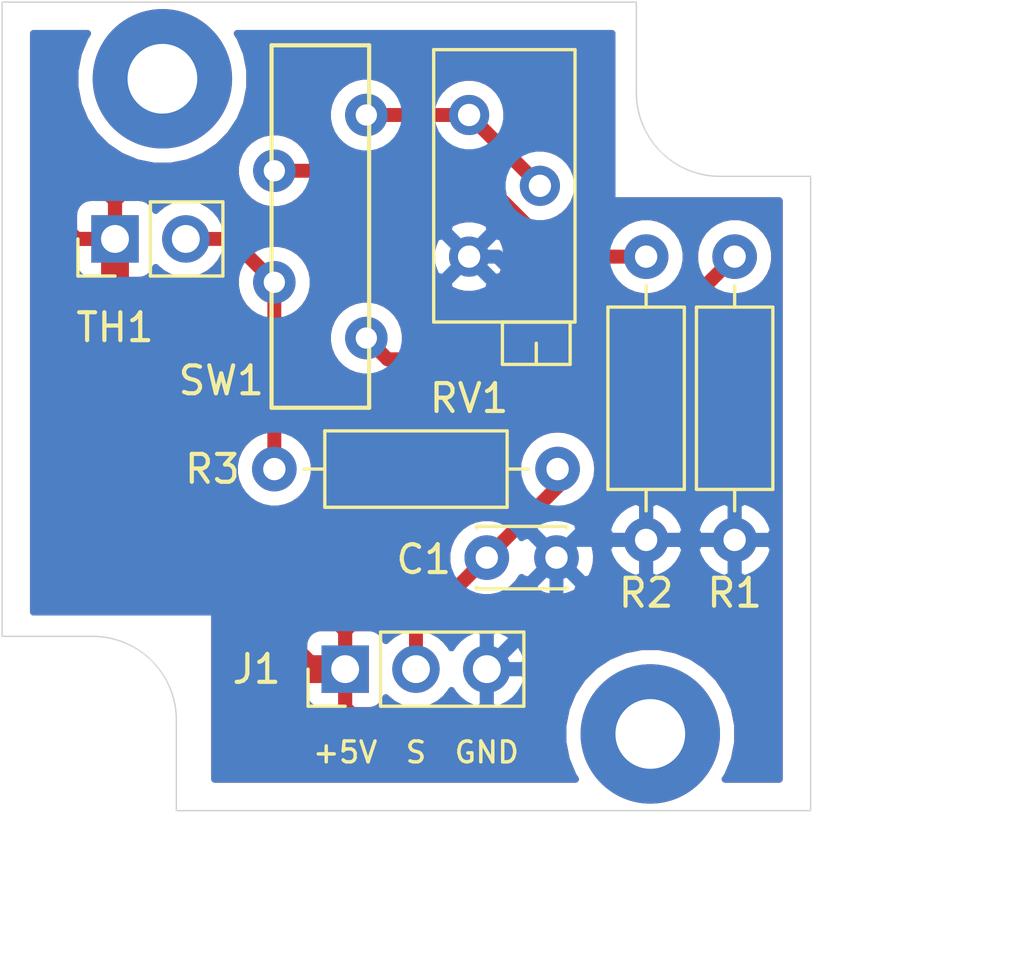
<source format=kicad_pcb>
(kicad_pcb (version 20171130) (host pcbnew "(5.1.4)-1")

  (general
    (thickness 1.6)
    (drawings 15)
    (tracks 29)
    (zones 0)
    (modules 10)
    (nets 8)
  )

  (page A4)
  (layers
    (0 F.Cu signal)
    (31 B.Cu signal)
    (32 B.Adhes user)
    (33 F.Adhes user)
    (34 B.Paste user)
    (35 F.Paste user)
    (36 B.SilkS user)
    (37 F.SilkS user)
    (38 B.Mask user)
    (39 F.Mask user)
    (40 Dwgs.User user)
    (41 Cmts.User user)
    (42 Eco1.User user)
    (43 Eco2.User user)
    (44 Edge.Cuts user)
    (45 Margin user)
    (46 B.CrtYd user)
    (47 F.CrtYd user)
    (48 B.Fab user)
    (49 F.Fab user hide)
  )

  (setup
    (last_trace_width 0.5)
    (trace_clearance 0.3)
    (zone_clearance 0.508)
    (zone_45_only no)
    (trace_min 0.2)
    (via_size 0.8)
    (via_drill 0.4)
    (via_min_size 0.4)
    (via_min_drill 0.3)
    (uvia_size 0.3)
    (uvia_drill 0.1)
    (uvias_allowed no)
    (uvia_min_size 0.2)
    (uvia_min_drill 0.1)
    (edge_width 0.05)
    (segment_width 0.2)
    (pcb_text_width 0.3)
    (pcb_text_size 1.5 1.5)
    (mod_edge_width 0.12)
    (mod_text_size 1 1)
    (mod_text_width 0.15)
    (pad_size 5 5)
    (pad_drill 2.5)
    (pad_to_mask_clearance 0.051)
    (solder_mask_min_width 0.25)
    (aux_axis_origin 15 44)
    (visible_elements 7FFFFFFF)
    (pcbplotparams
      (layerselection 0x010f0_ffffffff)
      (usegerberextensions true)
      (usegerberattributes false)
      (usegerberadvancedattributes false)
      (creategerberjobfile false)
      (excludeedgelayer true)
      (linewidth 0.100000)
      (plotframeref false)
      (viasonmask false)
      (mode 1)
      (useauxorigin true)
      (hpglpennumber 1)
      (hpglpenspeed 20)
      (hpglpendiameter 15.000000)
      (psnegative false)
      (psa4output false)
      (plotreference true)
      (plotvalue true)
      (plotinvisibletext false)
      (padsonsilk false)
      (subtractmaskfromsilk true)
      (outputformat 1)
      (mirror false)
      (drillshape 0)
      (scaleselection 1)
      (outputdirectory "../plot/"))
  )

  (net 0 "")
  (net 1 GND)
  (net 2 +5V)
  (net 3 "Net-(R1-Pad1)")
  (net 4 "Net-(R2-Pad1)")
  (net 5 "Net-(R3-Pad1)")
  (net 6 "Net-(RV1-Pad1)")
  (net 7 /SIGNAL)

  (net_class Default "This is the default net class."
    (clearance 0.3)
    (trace_width 0.5)
    (via_dia 0.8)
    (via_drill 0.4)
    (uvia_dia 0.3)
    (uvia_drill 0.1)
    (add_net +5V)
    (add_net /SIGNAL)
    (add_net GND)
    (add_net "Net-(R1-Pad1)")
    (add_net "Net-(R2-Pad1)")
    (add_net "Net-(R3-Pad1)")
    (add_net "Net-(RV1-Pad1)")
  )

  (module Connector_PinHeader_2.54mm:PinHeader_1x02_P2.54mm_Vertical (layer F.Cu) (tedit 59FED5CC) (tstamp 5D76B1C5)
    (at 19.05 23.495 90)
    (descr "Through hole straight pin header, 1x02, 2.54mm pitch, single row")
    (tags "Through hole pin header THT 1x02 2.54mm single row")
    (path /5D76541E)
    (fp_text reference TH1 (at -3.175 0 180) (layer F.SilkS)
      (effects (font (size 1 1) (thickness 0.15)))
    )
    (fp_text value Thermistor_PTC (at 0 4.87 90) (layer F.Fab)
      (effects (font (size 1 1) (thickness 0.15)))
    )
    (fp_text user %R (at 0 1.27) (layer F.Fab)
      (effects (font (size 1 1) (thickness 0.15)))
    )
    (fp_line (start 1.8 -1.8) (end -1.8 -1.8) (layer F.CrtYd) (width 0.05))
    (fp_line (start 1.8 4.35) (end 1.8 -1.8) (layer F.CrtYd) (width 0.05))
    (fp_line (start -1.8 4.35) (end 1.8 4.35) (layer F.CrtYd) (width 0.05))
    (fp_line (start -1.8 -1.8) (end -1.8 4.35) (layer F.CrtYd) (width 0.05))
    (fp_line (start -1.33 -1.33) (end 0 -1.33) (layer F.SilkS) (width 0.12))
    (fp_line (start -1.33 0) (end -1.33 -1.33) (layer F.SilkS) (width 0.12))
    (fp_line (start -1.33 1.27) (end 1.33 1.27) (layer F.SilkS) (width 0.12))
    (fp_line (start 1.33 1.27) (end 1.33 3.87) (layer F.SilkS) (width 0.12))
    (fp_line (start -1.33 1.27) (end -1.33 3.87) (layer F.SilkS) (width 0.12))
    (fp_line (start -1.33 3.87) (end 1.33 3.87) (layer F.SilkS) (width 0.12))
    (fp_line (start -1.27 -0.635) (end -0.635 -1.27) (layer F.Fab) (width 0.1))
    (fp_line (start -1.27 3.81) (end -1.27 -0.635) (layer F.Fab) (width 0.1))
    (fp_line (start 1.27 3.81) (end -1.27 3.81) (layer F.Fab) (width 0.1))
    (fp_line (start 1.27 -1.27) (end 1.27 3.81) (layer F.Fab) (width 0.1))
    (fp_line (start -0.635 -1.27) (end 1.27 -1.27) (layer F.Fab) (width 0.1))
    (pad 2 thru_hole oval (at 0 2.54 90) (size 1.7 1.7) (drill 1) (layers *.Cu *.Mask)
      (net 5 "Net-(R3-Pad1)"))
    (pad 1 thru_hole rect (at 0 0 90) (size 1.7 1.7) (drill 1) (layers *.Cu *.Mask)
      (net 2 +5V))
    (model ${KISYS3DMOD}/Connector_PinHeader_2.54mm.3dshapes/PinHeader_1x02_P2.54mm_Vertical.wrl
      (at (xyz 0 0 0))
      (scale (xyz 1 1 1))
      (rotate (xyz 0 0 0))
    )
  )

  (module Connector_PinHeader_2.54mm:PinHeader_1x03_P2.54mm_Vertical (layer F.Cu) (tedit 59FED5CC) (tstamp 5D76B140)
    (at 27.305 38.9255 90)
    (descr "Through hole straight pin header, 1x03, 2.54mm pitch, single row")
    (tags "Through hole pin header THT 1x03 2.54mm single row")
    (path /5D765AEB)
    (fp_text reference J1 (at 0 -3.175 180) (layer F.SilkS)
      (effects (font (size 1 1) (thickness 0.15)))
    )
    (fp_text value Conn_01x03 (at 0 7.41 90) (layer F.Fab)
      (effects (font (size 1 1) (thickness 0.15)))
    )
    (fp_text user %R (at 0 2.54) (layer F.Fab)
      (effects (font (size 1 1) (thickness 0.15)))
    )
    (fp_line (start 1.8 -1.8) (end -1.8 -1.8) (layer F.CrtYd) (width 0.05))
    (fp_line (start 1.8 6.85) (end 1.8 -1.8) (layer F.CrtYd) (width 0.05))
    (fp_line (start -1.8 6.85) (end 1.8 6.85) (layer F.CrtYd) (width 0.05))
    (fp_line (start -1.8 -1.8) (end -1.8 6.85) (layer F.CrtYd) (width 0.05))
    (fp_line (start -1.33 -1.33) (end 0 -1.33) (layer F.SilkS) (width 0.12))
    (fp_line (start -1.33 0) (end -1.33 -1.33) (layer F.SilkS) (width 0.12))
    (fp_line (start -1.33 1.27) (end 1.33 1.27) (layer F.SilkS) (width 0.12))
    (fp_line (start 1.33 1.27) (end 1.33 6.41) (layer F.SilkS) (width 0.12))
    (fp_line (start -1.33 1.27) (end -1.33 6.41) (layer F.SilkS) (width 0.12))
    (fp_line (start -1.33 6.41) (end 1.33 6.41) (layer F.SilkS) (width 0.12))
    (fp_line (start -1.27 -0.635) (end -0.635 -1.27) (layer F.Fab) (width 0.1))
    (fp_line (start -1.27 6.35) (end -1.27 -0.635) (layer F.Fab) (width 0.1))
    (fp_line (start 1.27 6.35) (end -1.27 6.35) (layer F.Fab) (width 0.1))
    (fp_line (start 1.27 -1.27) (end 1.27 6.35) (layer F.Fab) (width 0.1))
    (fp_line (start -0.635 -1.27) (end 1.27 -1.27) (layer F.Fab) (width 0.1))
    (pad 3 thru_hole oval (at 0 5.08 90) (size 1.7 1.7) (drill 1) (layers *.Cu *.Mask)
      (net 1 GND))
    (pad 2 thru_hole oval (at 0 2.54 90) (size 1.7 1.7) (drill 1) (layers *.Cu *.Mask)
      (net 7 /SIGNAL))
    (pad 1 thru_hole rect (at 0 0 90) (size 1.7 1.7) (drill 1) (layers *.Cu *.Mask)
      (net 2 +5V))
    (model ${KISYS3DMOD}/Connector_PinHeader_2.54mm.3dshapes/PinHeader_1x03_P2.54mm_Vertical.wrl
      (at (xyz 0 0 0))
      (scale (xyz 1 1 1))
      (rotate (xyz 0 0 0))
    )
  )

  (module ALPS:ALPS_SSSS211900 (layer F.Cu) (tedit 5D765EBD) (tstamp 5D76B1AF)
    (at 26.415 23.05 270)
    (descr "Slide Switches 3.5mm SP3T Vertical 2mm travel")
    (tags "SP3T Dip")
    (path /5D766749)
    (fp_text reference SW1 (at 5.525 3.555 180) (layer F.SilkS)
      (effects (font (size 1 1) (thickness 0.15)))
    )
    (fp_text value SW_SP3T (at 0 -4.5 90) (layer F.Fab) hide
      (effects (font (size 1 1) (thickness 0.15)))
    )
    (fp_line (start 6.5 1.75) (end -6.5 1.75) (layer F.SilkS) (width 0.15))
    (fp_line (start -6.5 -1.75) (end 6.5 -1.75) (layer F.SilkS) (width 0.15))
    (fp_line (start -6.5 -1.75) (end -6.5 1.75) (layer F.SilkS) (width 0.15))
    (fp_line (start 6.5 -1.75) (end 6.5 1.75) (layer F.SilkS) (width 0.15))
    (pad 4 thru_hole circle (at 4 -1.65 270) (size 1.524 1.524) (drill 0.762) (layers *.Cu *.Mask)
      (net 3 "Net-(R1-Pad1)"))
    (pad 2 thru_hole circle (at -2 1.65 270) (size 1.524 1.524) (drill 0.762) (layers *.Cu *.Mask)
      (net 4 "Net-(R2-Pad1)"))
    (pad 1 thru_hole circle (at -4 -1.65 270) (size 1.524 1.524) (drill 0.762) (layers *.Cu *.Mask)
      (net 6 "Net-(RV1-Pad1)"))
    (pad 3 thru_hole circle (at 2 1.65 270) (size 1.524 1.524) (drill 0.762) (layers *.Cu *.Mask)
      (net 5 "Net-(R3-Pad1)"))
    (model ${BBLIB_3D_NONFREE}/ALPS.3dshapes/SSSS211900STEP.step
      (at (xyz 0 0 0))
      (scale (xyz 1 1 1))
      (rotate (xyz -90 0 0))
    )
  )

  (module Potentiometer_THT:Potentiometer_Bourns_3296Z_Horizontal (layer F.Cu) (tedit 5A3D4994) (tstamp 5D76C636)
    (at 31.75 19.05 90)
    (descr "Potentiometer, horizontal, Bourns 3296Z, https://www.bourns.com/pdfs/3296.pdf")
    (tags "Potentiometer horizontal Bourns 3296Z")
    (path /5D769E93)
    (fp_text reference RV1 (at -10.16 0 180) (layer F.SilkS)
      (effects (font (size 1 1) (thickness 0.15)))
    )
    (fp_text value 10k (at -3.3 4.93 90) (layer F.Fab)
      (effects (font (size 1 1) (thickness 0.15)))
    )
    (fp_text user %R (at -2.54 1.265 90) (layer F.Fab)
      (effects (font (size 1 1) (thickness 0.15)))
    )
    (fp_line (start 2.5 -1.45) (end -9.1 -1.45) (layer F.CrtYd) (width 0.05))
    (fp_line (start 2.5 3.95) (end 2.5 -1.45) (layer F.CrtYd) (width 0.05))
    (fp_line (start -9.1 3.95) (end 2.5 3.95) (layer F.CrtYd) (width 0.05))
    (fp_line (start -9.1 -1.45) (end -9.1 3.95) (layer F.CrtYd) (width 0.05))
    (fp_line (start -8.945 2.41) (end -8.186 2.41) (layer F.SilkS) (width 0.12))
    (fp_line (start -7.426 1.195) (end -7.426 3.625) (layer F.SilkS) (width 0.12))
    (fp_line (start -8.945 1.195) (end -8.945 3.625) (layer F.SilkS) (width 0.12))
    (fp_line (start -8.945 3.625) (end -7.426 3.625) (layer F.SilkS) (width 0.12))
    (fp_line (start -8.945 1.195) (end -7.426 1.195) (layer F.SilkS) (width 0.12))
    (fp_line (start 2.345 -1.27) (end 2.345 3.8) (layer F.SilkS) (width 0.12))
    (fp_line (start -7.425 -1.27) (end -7.425 3.8) (layer F.SilkS) (width 0.12))
    (fp_line (start -7.425 3.8) (end 2.345 3.8) (layer F.SilkS) (width 0.12))
    (fp_line (start -7.425 -1.27) (end 2.345 -1.27) (layer F.SilkS) (width 0.12))
    (fp_line (start -8.825 2.41) (end -8.065 2.41) (layer F.Fab) (width 0.1))
    (fp_line (start -7.305 1.315) (end -8.825 1.315) (layer F.Fab) (width 0.1))
    (fp_line (start -7.305 3.505) (end -7.305 1.315) (layer F.Fab) (width 0.1))
    (fp_line (start -8.825 3.505) (end -7.305 3.505) (layer F.Fab) (width 0.1))
    (fp_line (start -8.825 1.315) (end -8.825 3.505) (layer F.Fab) (width 0.1))
    (fp_line (start 2.225 -1.15) (end -7.305 -1.15) (layer F.Fab) (width 0.1))
    (fp_line (start 2.225 3.68) (end 2.225 -1.15) (layer F.Fab) (width 0.1))
    (fp_line (start -7.305 3.68) (end 2.225 3.68) (layer F.Fab) (width 0.1))
    (fp_line (start -7.305 -1.15) (end -7.305 3.68) (layer F.Fab) (width 0.1))
    (pad 3 thru_hole circle (at -5.08 0 90) (size 1.44 1.44) (drill 0.8) (layers *.Cu *.Mask)
      (net 1 GND))
    (pad 2 thru_hole circle (at -2.54 2.54 90) (size 1.44 1.44) (drill 0.8) (layers *.Cu *.Mask)
      (net 6 "Net-(RV1-Pad1)"))
    (pad 1 thru_hole circle (at 0 0 90) (size 1.44 1.44) (drill 0.8) (layers *.Cu *.Mask)
      (net 6 "Net-(RV1-Pad1)"))
    (model ${KISYS3DMOD}/Potentiometer_THT.3dshapes/Potentiometer_Bourns_3296Z_Horizontal.wrl
      (at (xyz 0 0 0))
      (scale (xyz 1 1 1))
      (rotate (xyz 0 0 0))
    )
  )

  (module Resistor_THT:R_Axial_DIN0207_L6.3mm_D2.5mm_P10.16mm_Horizontal (layer F.Cu) (tedit 5AE5139B) (tstamp 5D76B185)
    (at 24.765 31.75)
    (descr "Resistor, Axial_DIN0207 series, Axial, Horizontal, pin pitch=10.16mm, 0.25W = 1/4W, length*diameter=6.3*2.5mm^2, http://cdn-reichelt.de/documents/datenblatt/B400/1_4W%23YAG.pdf")
    (tags "Resistor Axial_DIN0207 series Axial Horizontal pin pitch 10.16mm 0.25W = 1/4W length 6.3mm diameter 2.5mm")
    (path /5D772C2D)
    (fp_text reference R3 (at -2.2225 0) (layer F.SilkS)
      (effects (font (size 1 1) (thickness 0.15)))
    )
    (fp_text value 10k (at 5.08 2.37) (layer F.Fab)
      (effects (font (size 1 1) (thickness 0.15)))
    )
    (fp_text user %R (at 5.08 0) (layer F.Fab)
      (effects (font (size 1 1) (thickness 0.15)))
    )
    (fp_line (start 11.21 -1.5) (end -1.05 -1.5) (layer F.CrtYd) (width 0.05))
    (fp_line (start 11.21 1.5) (end 11.21 -1.5) (layer F.CrtYd) (width 0.05))
    (fp_line (start -1.05 1.5) (end 11.21 1.5) (layer F.CrtYd) (width 0.05))
    (fp_line (start -1.05 -1.5) (end -1.05 1.5) (layer F.CrtYd) (width 0.05))
    (fp_line (start 9.12 0) (end 8.35 0) (layer F.SilkS) (width 0.12))
    (fp_line (start 1.04 0) (end 1.81 0) (layer F.SilkS) (width 0.12))
    (fp_line (start 8.35 -1.37) (end 1.81 -1.37) (layer F.SilkS) (width 0.12))
    (fp_line (start 8.35 1.37) (end 8.35 -1.37) (layer F.SilkS) (width 0.12))
    (fp_line (start 1.81 1.37) (end 8.35 1.37) (layer F.SilkS) (width 0.12))
    (fp_line (start 1.81 -1.37) (end 1.81 1.37) (layer F.SilkS) (width 0.12))
    (fp_line (start 10.16 0) (end 8.23 0) (layer F.Fab) (width 0.1))
    (fp_line (start 0 0) (end 1.93 0) (layer F.Fab) (width 0.1))
    (fp_line (start 8.23 -1.25) (end 1.93 -1.25) (layer F.Fab) (width 0.1))
    (fp_line (start 8.23 1.25) (end 8.23 -1.25) (layer F.Fab) (width 0.1))
    (fp_line (start 1.93 1.25) (end 8.23 1.25) (layer F.Fab) (width 0.1))
    (fp_line (start 1.93 -1.25) (end 1.93 1.25) (layer F.Fab) (width 0.1))
    (pad 2 thru_hole oval (at 10.16 0) (size 1.6 1.6) (drill 0.8) (layers *.Cu *.Mask)
      (net 7 /SIGNAL))
    (pad 1 thru_hole circle (at 0 0) (size 1.6 1.6) (drill 0.8) (layers *.Cu *.Mask)
      (net 5 "Net-(R3-Pad1)"))
    (model ${KISYS3DMOD}/Resistor_THT.3dshapes/R_Axial_DIN0207_L6.3mm_D2.5mm_P10.16mm_Horizontal.wrl
      (at (xyz 0 0 0))
      (scale (xyz 1 1 1))
      (rotate (xyz 0 0 0))
    )
  )

  (module Resistor_THT:R_Axial_DIN0207_L6.3mm_D2.5mm_P10.16mm_Horizontal (layer F.Cu) (tedit 5AE5139B) (tstamp 5D76CC39)
    (at 38.1 24.13 270)
    (descr "Resistor, Axial_DIN0207 series, Axial, Horizontal, pin pitch=10.16mm, 0.25W = 1/4W, length*diameter=6.3*2.5mm^2, http://cdn-reichelt.de/documents/datenblatt/B400/1_4W%23YAG.pdf")
    (tags "Resistor Axial_DIN0207 series Axial Horizontal pin pitch 10.16mm 0.25W = 1/4W length 6.3mm diameter 2.5mm")
    (path /5D769906)
    (fp_text reference R2 (at 12.065 0 180) (layer F.SilkS)
      (effects (font (size 1 1) (thickness 0.15)))
    )
    (fp_text value 100k (at 5.08 2.37 90) (layer F.Fab)
      (effects (font (size 1 1) (thickness 0.15)))
    )
    (fp_text user %R (at 5.08 0 90) (layer F.Fab)
      (effects (font (size 1 1) (thickness 0.15)))
    )
    (fp_line (start 11.21 -1.5) (end -1.05 -1.5) (layer F.CrtYd) (width 0.05))
    (fp_line (start 11.21 1.5) (end 11.21 -1.5) (layer F.CrtYd) (width 0.05))
    (fp_line (start -1.05 1.5) (end 11.21 1.5) (layer F.CrtYd) (width 0.05))
    (fp_line (start -1.05 -1.5) (end -1.05 1.5) (layer F.CrtYd) (width 0.05))
    (fp_line (start 9.12 0) (end 8.35 0) (layer F.SilkS) (width 0.12))
    (fp_line (start 1.04 0) (end 1.81 0) (layer F.SilkS) (width 0.12))
    (fp_line (start 8.35 -1.37) (end 1.81 -1.37) (layer F.SilkS) (width 0.12))
    (fp_line (start 8.35 1.37) (end 8.35 -1.37) (layer F.SilkS) (width 0.12))
    (fp_line (start 1.81 1.37) (end 8.35 1.37) (layer F.SilkS) (width 0.12))
    (fp_line (start 1.81 -1.37) (end 1.81 1.37) (layer F.SilkS) (width 0.12))
    (fp_line (start 10.16 0) (end 8.23 0) (layer F.Fab) (width 0.1))
    (fp_line (start 0 0) (end 1.93 0) (layer F.Fab) (width 0.1))
    (fp_line (start 8.23 -1.25) (end 1.93 -1.25) (layer F.Fab) (width 0.1))
    (fp_line (start 8.23 1.25) (end 8.23 -1.25) (layer F.Fab) (width 0.1))
    (fp_line (start 1.93 1.25) (end 8.23 1.25) (layer F.Fab) (width 0.1))
    (fp_line (start 1.93 -1.25) (end 1.93 1.25) (layer F.Fab) (width 0.1))
    (pad 2 thru_hole oval (at 10.16 0 270) (size 1.6 1.6) (drill 0.8) (layers *.Cu *.Mask)
      (net 1 GND))
    (pad 1 thru_hole circle (at 0 0 270) (size 1.6 1.6) (drill 0.8) (layers *.Cu *.Mask)
      (net 4 "Net-(R2-Pad1)"))
    (model ${KISYS3DMOD}/Resistor_THT.3dshapes/R_Axial_DIN0207_L6.3mm_D2.5mm_P10.16mm_Horizontal.wrl
      (at (xyz 0 0 0))
      (scale (xyz 1 1 1))
      (rotate (xyz 0 0 0))
    )
  )

  (module Resistor_THT:R_Axial_DIN0207_L6.3mm_D2.5mm_P10.16mm_Horizontal (layer F.Cu) (tedit 5AE5139B) (tstamp 5D76B157)
    (at 41.275 24.13 270)
    (descr "Resistor, Axial_DIN0207 series, Axial, Horizontal, pin pitch=10.16mm, 0.25W = 1/4W, length*diameter=6.3*2.5mm^2, http://cdn-reichelt.de/documents/datenblatt/B400/1_4W%23YAG.pdf")
    (tags "Resistor Axial_DIN0207 series Axial Horizontal pin pitch 10.16mm 0.25W = 1/4W length 6.3mm diameter 2.5mm")
    (path /5D768246)
    (fp_text reference R1 (at 12.065 0 180) (layer F.SilkS)
      (effects (font (size 1 1) (thickness 0.15)))
    )
    (fp_text value 10k (at 5.08 2.37 90) (layer F.Fab)
      (effects (font (size 1 1) (thickness 0.15)))
    )
    (fp_text user %R (at 5.08 0 90) (layer F.Fab)
      (effects (font (size 1 1) (thickness 0.15)))
    )
    (fp_line (start 11.21 -1.5) (end -1.05 -1.5) (layer F.CrtYd) (width 0.05))
    (fp_line (start 11.21 1.5) (end 11.21 -1.5) (layer F.CrtYd) (width 0.05))
    (fp_line (start -1.05 1.5) (end 11.21 1.5) (layer F.CrtYd) (width 0.05))
    (fp_line (start -1.05 -1.5) (end -1.05 1.5) (layer F.CrtYd) (width 0.05))
    (fp_line (start 9.12 0) (end 8.35 0) (layer F.SilkS) (width 0.12))
    (fp_line (start 1.04 0) (end 1.81 0) (layer F.SilkS) (width 0.12))
    (fp_line (start 8.35 -1.37) (end 1.81 -1.37) (layer F.SilkS) (width 0.12))
    (fp_line (start 8.35 1.37) (end 8.35 -1.37) (layer F.SilkS) (width 0.12))
    (fp_line (start 1.81 1.37) (end 8.35 1.37) (layer F.SilkS) (width 0.12))
    (fp_line (start 1.81 -1.37) (end 1.81 1.37) (layer F.SilkS) (width 0.12))
    (fp_line (start 10.16 0) (end 8.23 0) (layer F.Fab) (width 0.1))
    (fp_line (start 0 0) (end 1.93 0) (layer F.Fab) (width 0.1))
    (fp_line (start 8.23 -1.25) (end 1.93 -1.25) (layer F.Fab) (width 0.1))
    (fp_line (start 8.23 1.25) (end 8.23 -1.25) (layer F.Fab) (width 0.1))
    (fp_line (start 1.93 1.25) (end 8.23 1.25) (layer F.Fab) (width 0.1))
    (fp_line (start 1.93 -1.25) (end 1.93 1.25) (layer F.Fab) (width 0.1))
    (pad 2 thru_hole oval (at 10.16 0 270) (size 1.6 1.6) (drill 0.8) (layers *.Cu *.Mask)
      (net 1 GND))
    (pad 1 thru_hole circle (at 0 0 270) (size 1.6 1.6) (drill 0.8) (layers *.Cu *.Mask)
      (net 3 "Net-(R1-Pad1)"))
    (model ${KISYS3DMOD}/Resistor_THT.3dshapes/R_Axial_DIN0207_L6.3mm_D2.5mm_P10.16mm_Horizontal.wrl
      (at (xyz 0 0 0))
      (scale (xyz 1 1 1))
      (rotate (xyz 0 0 0))
    )
  )

  (module Capacitor_THT:C_Disc_D3.0mm_W2.0mm_P2.50mm (layer F.Cu) (tedit 5AE50EF0) (tstamp 5D76B129)
    (at 32.385 34.925)
    (descr "C, Disc series, Radial, pin pitch=2.50mm, , diameter*width=3*2mm^2, Capacitor")
    (tags "C Disc series Radial pin pitch 2.50mm  diameter 3mm width 2mm Capacitor")
    (path /5D773BDE)
    (fp_text reference C1 (at -2.2625 0.0635 180) (layer F.SilkS)
      (effects (font (size 1 1) (thickness 0.15)))
    )
    (fp_text value 100 (at 1.25 2.25) (layer F.Fab)
      (effects (font (size 1 1) (thickness 0.15)))
    )
    (fp_text user %R (at 1.25 0) (layer F.Fab)
      (effects (font (size 0.6 0.6) (thickness 0.09)))
    )
    (fp_line (start 3.55 -1.25) (end -1.05 -1.25) (layer F.CrtYd) (width 0.05))
    (fp_line (start 3.55 1.25) (end 3.55 -1.25) (layer F.CrtYd) (width 0.05))
    (fp_line (start -1.05 1.25) (end 3.55 1.25) (layer F.CrtYd) (width 0.05))
    (fp_line (start -1.05 -1.25) (end -1.05 1.25) (layer F.CrtYd) (width 0.05))
    (fp_line (start 2.87 1.055) (end 2.87 1.12) (layer F.SilkS) (width 0.12))
    (fp_line (start 2.87 -1.12) (end 2.87 -1.055) (layer F.SilkS) (width 0.12))
    (fp_line (start -0.37 1.055) (end -0.37 1.12) (layer F.SilkS) (width 0.12))
    (fp_line (start -0.37 -1.12) (end -0.37 -1.055) (layer F.SilkS) (width 0.12))
    (fp_line (start -0.37 1.12) (end 2.87 1.12) (layer F.SilkS) (width 0.12))
    (fp_line (start -0.37 -1.12) (end 2.87 -1.12) (layer F.SilkS) (width 0.12))
    (fp_line (start 2.75 -1) (end -0.25 -1) (layer F.Fab) (width 0.1))
    (fp_line (start 2.75 1) (end 2.75 -1) (layer F.Fab) (width 0.1))
    (fp_line (start -0.25 1) (end 2.75 1) (layer F.Fab) (width 0.1))
    (fp_line (start -0.25 -1) (end -0.25 1) (layer F.Fab) (width 0.1))
    (pad 2 thru_hole circle (at 2.5 0) (size 1.6 1.6) (drill 0.8) (layers *.Cu *.Mask)
      (net 1 GND))
    (pad 1 thru_hole circle (at 0 0) (size 1.6 1.6) (drill 0.8) (layers *.Cu *.Mask)
      (net 7 /SIGNAL))
    (model ${KISYS3DMOD}/Capacitor_THT.3dshapes/C_Disc_D3.0mm_W2.0mm_P2.50mm.wrl
      (at (xyz 0 0 0))
      (scale (xyz 1 1 1))
      (rotate (xyz 0 0 0))
    )
  )

  (module MountingHole:MountingHole_2.5mm_Pad (layer F.Cu) (tedit 5D742A99) (tstamp 5D72D0B8)
    (at 38.25 41.25)
    (descr "Mounting Hole 2.5mm")
    (tags "mounting hole 2.5mm")
    (attr virtual)
    (fp_text reference ~ (at 0 -3.5) (layer F.SilkS) hide
      (effects (font (size 1 1) (thickness 0.15)))
    )
    (fp_text value ~ (at 0 3.5) (layer F.Fab) hide
      (effects (font (size 1 1) (thickness 0.15)))
    )
    (fp_text user %R (at 0.3 0) (layer F.Fab)
      (effects (font (size 1 1) (thickness 0.15)))
    )
    (fp_circle (center 0 0) (end 2.5 0) (layer Cmts.User) (width 0.15))
    (fp_circle (center 0 0) (end 2.75 0) (layer F.CrtYd) (width 0.05))
    (pad ~ thru_hole circle (at 0 0) (size 5 5) (drill 2.5) (layers *.Cu *.Mask))
  )

  (module MountingHole:MountingHole_2.5mm_Pad (layer F.Cu) (tedit 5D742A92) (tstamp 5D72D056)
    (at 20.75 17.75)
    (descr "Mounting Hole 2.5mm")
    (tags "mounting hole 2.5mm")
    (attr virtual)
    (fp_text reference ~ (at 0 -3.5) (layer F.SilkS) hide
      (effects (font (size 1 1) (thickness 0.15)))
    )
    (fp_text value ~ (at 0 3.5) (layer F.Fab) hide
      (effects (font (size 1 1) (thickness 0.15)))
    )
    (fp_circle (center 0 0) (end 2.75 0) (layer F.CrtYd) (width 0.05))
    (fp_circle (center 0 0) (end 2.5 0) (layer Cmts.User) (width 0.15))
    (fp_text user %R (at 0.3 0) (layer F.Fab)
      (effects (font (size 1 1) (thickness 0.15)))
    )
    (pad ~ thru_hole circle (at 0 0) (size 5 5) (drill 2.5) (layers *.Cu *.Mask))
  )

  (gr_text S (at 29.845 41.91) (layer F.SilkS) (tstamp 5D76D3D4)
    (effects (font (size 0.75 0.75) (thickness 0.125)))
  )
  (gr_text GND (at 32.385 41.91) (layer F.SilkS) (tstamp 5D76D37D)
    (effects (font (size 0.75 0.75) (thickness 0.125)))
  )
  (gr_text +5V (at 27.305 41.91) (layer F.SilkS)
    (effects (font (size 0.75 0.75) (thickness 0.125)))
  )
  (dimension 29 (width 0.15) (layer Dwgs.User)
    (gr_text "29,000 mm" (at 50.3 29.5 90) (layer Dwgs.User)
      (effects (font (size 1 1) (thickness 0.15)))
    )
    (feature1 (pts (xy 44 15) (xy 49.586421 15)))
    (feature2 (pts (xy 44 44) (xy 49.586421 44)))
    (crossbar (pts (xy 49 44) (xy 49 15)))
    (arrow1a (pts (xy 49 15) (xy 49.586421 16.126504)))
    (arrow1b (pts (xy 49 15) (xy 48.413579 16.126504)))
    (arrow2a (pts (xy 49 44) (xy 49.586421 42.873496)))
    (arrow2b (pts (xy 49 44) (xy 48.413579 42.873496)))
  )
  (dimension 29 (width 0.15) (layer Dwgs.User)
    (gr_text "29,000 mm" (at 29.5 50.3) (layer Dwgs.User)
      (effects (font (size 1 1) (thickness 0.15)))
    )
    (feature1 (pts (xy 44 44) (xy 44 49.586421)))
    (feature2 (pts (xy 15 44) (xy 15 49.586421)))
    (crossbar (pts (xy 15 49) (xy 44 49)))
    (arrow1a (pts (xy 44 49) (xy 42.873496 49.586421)))
    (arrow1b (pts (xy 44 49) (xy 42.873496 48.413579)))
    (arrow2a (pts (xy 15 49) (xy 16.126504 49.586421)))
    (arrow2b (pts (xy 15 49) (xy 16.126504 48.413579)))
  )
  (gr_arc (start 18.25 40.75) (end 21.25 40.75) (angle -90) (layer Edge.Cuts) (width 0.05) (tstamp 5D72E21E))
  (gr_arc (start 40.75 18.25) (end 37.75 18.25) (angle -90) (layer Edge.Cuts) (width 0.05))
  (gr_line (start 37.75 18.25) (end 37.75 15) (layer Edge.Cuts) (width 0.05))
  (gr_line (start 44 21.25) (end 40.75 21.25) (layer Edge.Cuts) (width 0.05))
  (gr_line (start 18.25 37.75) (end 15 37.75) (layer Edge.Cuts) (width 0.05))
  (gr_line (start 21.25 44) (end 21.25 40.75) (layer Edge.Cuts) (width 0.05))
  (gr_line (start 15 37.75) (end 15 15) (layer Edge.Cuts) (width 0.05) (tstamp 5D72E1C7))
  (gr_line (start 44 44) (end 21.25 44) (layer Edge.Cuts) (width 0.05))
  (gr_line (start 44 21.25) (end 44 44) (layer Edge.Cuts) (width 0.05))
  (gr_line (start 15 15) (end 37.75 15) (layer Edge.Cuts) (width 0.05))

  (segment (start 34.885 36.4255) (end 34.885 34.925) (width 0.5) (layer B.Cu) (net 1))
  (segment (start 32.385 38.9255) (end 34.885 36.4255) (width 0.5) (layer B.Cu) (net 1))
  (segment (start 35.52 34.29) (end 34.885 34.925) (width 0.5) (layer B.Cu) (net 1))
  (segment (start 38.1 34.29) (end 35.52 34.29) (width 0.5) (layer B.Cu) (net 1))
  (segment (start 38.1 34.29) (end 41.275 34.29) (width 0.5) (layer B.Cu) (net 1))
  (segment (start 38.1 33.15863) (end 38.1 34.29) (width 0.5) (layer B.Cu) (net 1))
  (segment (start 38.1 29.461767) (end 38.1 33.15863) (width 0.5) (layer B.Cu) (net 1))
  (segment (start 32.768233 24.13) (end 38.1 29.461767) (width 0.5) (layer B.Cu) (net 1))
  (segment (start 31.75 24.13) (end 32.768233 24.13) (width 0.5) (layer B.Cu) (net 1))
  (segment (start 25.955 38.9255) (end 27.305 38.9255) (width 1) (layer F.Cu) (net 2) (status 1000000))
  (segment (start 19.05 23.495) (end 19.05 32.0205) (width 1) (layer F.Cu) (net 2) (status 1000000))
  (segment (start 19.05 32.0205) (end 25.955 38.9255) (width 1) (layer F.Cu) (net 2) (status 1000000))
  (segment (start 40.475001 24.929999) (end 41.275 24.13) (width 0.5) (layer F.Cu) (net 3))
  (segment (start 37.593001 27.811999) (end 40.475001 24.929999) (width 0.5) (layer F.Cu) (net 3))
  (segment (start 28.826999 27.811999) (end 37.593001 27.811999) (width 0.5) (layer F.Cu) (net 3))
  (segment (start 28.065 27.05) (end 28.826999 27.811999) (width 0.5) (layer F.Cu) (net 3))
  (segment (start 36.96863 24.13) (end 38.1 24.13) (width 0.5) (layer F.Cu) (net 4))
  (segment (start 34.950398 24.13) (end 36.96863 24.13) (width 0.5) (layer F.Cu) (net 4))
  (segment (start 31.870398 21.05) (end 34.950398 24.13) (width 0.5) (layer F.Cu) (net 4))
  (segment (start 24.765 21.05) (end 31.870398 21.05) (width 0.5) (layer F.Cu) (net 4))
  (segment (start 23.21 23.495) (end 24.765 25.05) (width 0.5) (layer F.Cu) (net 5))
  (segment (start 21.59 23.495) (end 23.21 23.495) (width 0.5) (layer F.Cu) (net 5))
  (segment (start 24.765 31.75) (end 24.765 25.05) (width 0.5) (layer F.Cu) (net 5))
  (segment (start 31.75 19.05) (end 34.29 21.59) (width 0.5) (layer F.Cu) (net 6))
  (segment (start 28.065 19.05) (end 31.75 19.05) (width 0.5) (layer F.Cu) (net 6))
  (segment (start 29.845 37.465) (end 32.385 34.925) (width 0.5) (layer F.Cu) (net 7))
  (segment (start 29.845 38.9255) (end 29.845 37.465) (width 0.5) (layer F.Cu) (net 7))
  (segment (start 34.925 32.385) (end 32.385 34.925) (width 0.5) (layer F.Cu) (net 7))
  (segment (start 34.925 31.75) (end 34.925 32.385) (width 0.5) (layer F.Cu) (net 7))

  (zone (net 1) (net_name GND) (layer B.Cu) (tstamp 5D76CC1C) (hatch edge 0.508)
    (connect_pads (clearance 0.508))
    (min_thickness 0.254)
    (fill yes (arc_segments 32) (thermal_gap 0.508) (thermal_bridge_width 0.508))
    (polygon
      (pts
        (xy 16 16) (xy 37 16) (xy 37 22) (xy 43 22) (xy 43 43)
        (xy 22.5 43) (xy 22.5 37) (xy 16 37)
      )
    )
    (filled_polygon
      (pts
        (xy 17.971799 16.265021) (xy 17.735476 16.835554) (xy 17.615 17.441229) (xy 17.615 18.058771) (xy 17.735476 18.664446)
        (xy 17.971799 19.234979) (xy 18.314886 19.748446) (xy 18.751554 20.185114) (xy 19.265021 20.528201) (xy 19.835554 20.764524)
        (xy 20.441229 20.885) (xy 21.058771 20.885) (xy 21.664446 20.764524) (xy 22.234979 20.528201) (xy 22.748446 20.185114)
        (xy 23.185114 19.748446) (xy 23.528201 19.234979) (xy 23.661814 18.912408) (xy 26.668 18.912408) (xy 26.668 19.187592)
        (xy 26.721686 19.45749) (xy 26.826995 19.711727) (xy 26.97988 19.940535) (xy 27.174465 20.13512) (xy 27.403273 20.288005)
        (xy 27.65751 20.393314) (xy 27.927408 20.447) (xy 28.202592 20.447) (xy 28.47249 20.393314) (xy 28.726727 20.288005)
        (xy 28.955535 20.13512) (xy 29.15012 19.940535) (xy 29.303005 19.711727) (xy 29.408314 19.45749) (xy 29.462 19.187592)
        (xy 29.462 18.916544) (xy 30.395 18.916544) (xy 30.395 19.183456) (xy 30.447072 19.445239) (xy 30.549215 19.691833)
        (xy 30.697503 19.913762) (xy 30.886238 20.102497) (xy 31.108167 20.250785) (xy 31.354761 20.352928) (xy 31.616544 20.405)
        (xy 31.883456 20.405) (xy 32.145239 20.352928) (xy 32.391833 20.250785) (xy 32.613762 20.102497) (xy 32.802497 19.913762)
        (xy 32.950785 19.691833) (xy 33.052928 19.445239) (xy 33.105 19.183456) (xy 33.105 18.916544) (xy 33.052928 18.654761)
        (xy 32.950785 18.408167) (xy 32.802497 18.186238) (xy 32.613762 17.997503) (xy 32.391833 17.849215) (xy 32.145239 17.747072)
        (xy 31.883456 17.695) (xy 31.616544 17.695) (xy 31.354761 17.747072) (xy 31.108167 17.849215) (xy 30.886238 17.997503)
        (xy 30.697503 18.186238) (xy 30.549215 18.408167) (xy 30.447072 18.654761) (xy 30.395 18.916544) (xy 29.462 18.916544)
        (xy 29.462 18.912408) (xy 29.408314 18.64251) (xy 29.303005 18.388273) (xy 29.15012 18.159465) (xy 28.955535 17.96488)
        (xy 28.726727 17.811995) (xy 28.47249 17.706686) (xy 28.202592 17.653) (xy 27.927408 17.653) (xy 27.65751 17.706686)
        (xy 27.403273 17.811995) (xy 27.174465 17.96488) (xy 26.97988 18.159465) (xy 26.826995 18.388273) (xy 26.721686 18.64251)
        (xy 26.668 18.912408) (xy 23.661814 18.912408) (xy 23.764524 18.664446) (xy 23.885 18.058771) (xy 23.885 17.441229)
        (xy 23.764524 16.835554) (xy 23.528201 16.265021) (xy 23.435978 16.127) (xy 36.873 16.127) (xy 36.873 22)
        (xy 36.87544 22.024776) (xy 36.882667 22.048601) (xy 36.894403 22.070557) (xy 36.910197 22.089803) (xy 36.929443 22.105597)
        (xy 36.951399 22.117333) (xy 36.975224 22.12456) (xy 37 22.127) (xy 42.873 22.127) (xy 42.873 42.873)
        (xy 40.935978 42.873) (xy 41.028201 42.734979) (xy 41.264524 42.164446) (xy 41.385 41.558771) (xy 41.385 40.941229)
        (xy 41.264524 40.335554) (xy 41.028201 39.765021) (xy 40.685114 39.251554) (xy 40.248446 38.814886) (xy 39.734979 38.471799)
        (xy 39.164446 38.235476) (xy 38.558771 38.115) (xy 37.941229 38.115) (xy 37.335554 38.235476) (xy 36.765021 38.471799)
        (xy 36.251554 38.814886) (xy 35.814886 39.251554) (xy 35.471799 39.765021) (xy 35.235476 40.335554) (xy 35.115 40.941229)
        (xy 35.115 41.558771) (xy 35.235476 42.164446) (xy 35.471799 42.734979) (xy 35.564022 42.873) (xy 22.627 42.873)
        (xy 22.627 38.0755) (xy 25.816928 38.0755) (xy 25.816928 39.7755) (xy 25.829188 39.899982) (xy 25.865498 40.01968)
        (xy 25.924463 40.129994) (xy 26.003815 40.226685) (xy 26.100506 40.306037) (xy 26.21082 40.365002) (xy 26.330518 40.401312)
        (xy 26.455 40.413572) (xy 28.155 40.413572) (xy 28.279482 40.401312) (xy 28.39918 40.365002) (xy 28.509494 40.306037)
        (xy 28.606185 40.226685) (xy 28.685537 40.129994) (xy 28.744502 40.01968) (xy 28.765393 39.950813) (xy 28.789866 39.980634)
        (xy 29.015986 40.166206) (xy 29.273966 40.304099) (xy 29.553889 40.389013) (xy 29.77205 40.4105) (xy 29.91795 40.4105)
        (xy 30.136111 40.389013) (xy 30.416034 40.304099) (xy 30.674014 40.166206) (xy 30.900134 39.980634) (xy 31.085706 39.754514)
        (xy 31.120201 39.689977) (xy 31.189822 39.806855) (xy 31.384731 40.023088) (xy 31.61808 40.197141) (xy 31.880901 40.322325)
        (xy 32.02811 40.366976) (xy 32.258 40.245655) (xy 32.258 39.0525) (xy 32.512 39.0525) (xy 32.512 40.245655)
        (xy 32.74189 40.366976) (xy 32.889099 40.322325) (xy 33.15192 40.197141) (xy 33.385269 40.023088) (xy 33.580178 39.806855)
        (xy 33.729157 39.556752) (xy 33.826481 39.282391) (xy 33.705814 39.0525) (xy 32.512 39.0525) (xy 32.258 39.0525)
        (xy 32.238 39.0525) (xy 32.238 38.7985) (xy 32.258 38.7985) (xy 32.258 37.605345) (xy 32.512 37.605345)
        (xy 32.512 38.7985) (xy 33.705814 38.7985) (xy 33.826481 38.568609) (xy 33.729157 38.294248) (xy 33.580178 38.044145)
        (xy 33.385269 37.827912) (xy 33.15192 37.653859) (xy 32.889099 37.528675) (xy 32.74189 37.484024) (xy 32.512 37.605345)
        (xy 32.258 37.605345) (xy 32.02811 37.484024) (xy 31.880901 37.528675) (xy 31.61808 37.653859) (xy 31.384731 37.827912)
        (xy 31.189822 38.044145) (xy 31.120201 38.161023) (xy 31.085706 38.096486) (xy 30.900134 37.870366) (xy 30.674014 37.684794)
        (xy 30.416034 37.546901) (xy 30.136111 37.461987) (xy 29.91795 37.4405) (xy 29.77205 37.4405) (xy 29.553889 37.461987)
        (xy 29.273966 37.546901) (xy 29.015986 37.684794) (xy 28.789866 37.870366) (xy 28.765393 37.900187) (xy 28.744502 37.83132)
        (xy 28.685537 37.721006) (xy 28.606185 37.624315) (xy 28.509494 37.544963) (xy 28.39918 37.485998) (xy 28.279482 37.449688)
        (xy 28.155 37.437428) (xy 26.455 37.437428) (xy 26.330518 37.449688) (xy 26.21082 37.485998) (xy 26.100506 37.544963)
        (xy 26.003815 37.624315) (xy 25.924463 37.721006) (xy 25.865498 37.83132) (xy 25.829188 37.951018) (xy 25.816928 38.0755)
        (xy 22.627 38.0755) (xy 22.627 37) (xy 22.62456 36.975224) (xy 22.617333 36.951399) (xy 22.605597 36.929443)
        (xy 22.589803 36.910197) (xy 22.570557 36.894403) (xy 22.548601 36.882667) (xy 22.524776 36.87544) (xy 22.5 36.873)
        (xy 16.127 36.873) (xy 16.127 34.783665) (xy 30.95 34.783665) (xy 30.95 35.066335) (xy 31.005147 35.343574)
        (xy 31.11332 35.604727) (xy 31.270363 35.839759) (xy 31.470241 36.039637) (xy 31.705273 36.19668) (xy 31.966426 36.304853)
        (xy 32.243665 36.36) (xy 32.526335 36.36) (xy 32.803574 36.304853) (xy 33.064727 36.19668) (xy 33.299759 36.039637)
        (xy 33.421694 35.917702) (xy 34.071903 35.917702) (xy 34.143486 36.161671) (xy 34.398996 36.282571) (xy 34.673184 36.3513)
        (xy 34.955512 36.365217) (xy 35.23513 36.323787) (xy 35.501292 36.228603) (xy 35.626514 36.161671) (xy 35.698097 35.917702)
        (xy 34.885 35.104605) (xy 34.071903 35.917702) (xy 33.421694 35.917702) (xy 33.499637 35.839759) (xy 33.633692 35.639131)
        (xy 33.648329 35.666514) (xy 33.892298 35.738097) (xy 34.705395 34.925) (xy 35.064605 34.925) (xy 35.877702 35.738097)
        (xy 36.121671 35.666514) (xy 36.242571 35.411004) (xy 36.3113 35.136816) (xy 36.325217 34.854488) (xy 36.293295 34.63904)
        (xy 36.708091 34.63904) (xy 36.80293 34.903881) (xy 36.947615 35.145131) (xy 37.136586 35.353519) (xy 37.36258 35.521037)
        (xy 37.616913 35.641246) (xy 37.750961 35.681904) (xy 37.973 35.559915) (xy 37.973 34.417) (xy 38.227 34.417)
        (xy 38.227 35.559915) (xy 38.449039 35.681904) (xy 38.583087 35.641246) (xy 38.83742 35.521037) (xy 39.063414 35.353519)
        (xy 39.252385 35.145131) (xy 39.39707 34.903881) (xy 39.491909 34.63904) (xy 39.883091 34.63904) (xy 39.97793 34.903881)
        (xy 40.122615 35.145131) (xy 40.311586 35.353519) (xy 40.53758 35.521037) (xy 40.791913 35.641246) (xy 40.925961 35.681904)
        (xy 41.148 35.559915) (xy 41.148 34.417) (xy 41.402 34.417) (xy 41.402 35.559915) (xy 41.624039 35.681904)
        (xy 41.758087 35.641246) (xy 42.01242 35.521037) (xy 42.238414 35.353519) (xy 42.427385 35.145131) (xy 42.57207 34.903881)
        (xy 42.666909 34.63904) (xy 42.545624 34.417) (xy 41.402 34.417) (xy 41.148 34.417) (xy 40.004376 34.417)
        (xy 39.883091 34.63904) (xy 39.491909 34.63904) (xy 39.370624 34.417) (xy 38.227 34.417) (xy 37.973 34.417)
        (xy 36.829376 34.417) (xy 36.708091 34.63904) (xy 36.293295 34.63904) (xy 36.283787 34.57487) (xy 36.188603 34.308708)
        (xy 36.121671 34.183486) (xy 35.877702 34.111903) (xy 35.064605 34.925) (xy 34.705395 34.925) (xy 33.892298 34.111903)
        (xy 33.648329 34.183486) (xy 33.634676 34.212341) (xy 33.499637 34.010241) (xy 33.421694 33.932298) (xy 34.071903 33.932298)
        (xy 34.885 34.745395) (xy 35.689435 33.94096) (xy 36.708091 33.94096) (xy 36.829376 34.163) (xy 37.973 34.163)
        (xy 37.973 33.020085) (xy 38.227 33.020085) (xy 38.227 34.163) (xy 39.370624 34.163) (xy 39.491909 33.94096)
        (xy 39.883091 33.94096) (xy 40.004376 34.163) (xy 41.148 34.163) (xy 41.148 33.020085) (xy 41.402 33.020085)
        (xy 41.402 34.163) (xy 42.545624 34.163) (xy 42.666909 33.94096) (xy 42.57207 33.676119) (xy 42.427385 33.434869)
        (xy 42.238414 33.226481) (xy 42.01242 33.058963) (xy 41.758087 32.938754) (xy 41.624039 32.898096) (xy 41.402 33.020085)
        (xy 41.148 33.020085) (xy 40.925961 32.898096) (xy 40.791913 32.938754) (xy 40.53758 33.058963) (xy 40.311586 33.226481)
        (xy 40.122615 33.434869) (xy 39.97793 33.676119) (xy 39.883091 33.94096) (xy 39.491909 33.94096) (xy 39.39707 33.676119)
        (xy 39.252385 33.434869) (xy 39.063414 33.226481) (xy 38.83742 33.058963) (xy 38.583087 32.938754) (xy 38.449039 32.898096)
        (xy 38.227 33.020085) (xy 37.973 33.020085) (xy 37.750961 32.898096) (xy 37.616913 32.938754) (xy 37.36258 33.058963)
        (xy 37.136586 33.226481) (xy 36.947615 33.434869) (xy 36.80293 33.676119) (xy 36.708091 33.94096) (xy 35.689435 33.94096)
        (xy 35.698097 33.932298) (xy 35.626514 33.688329) (xy 35.371004 33.567429) (xy 35.096816 33.4987) (xy 34.814488 33.484783)
        (xy 34.53487 33.526213) (xy 34.268708 33.621397) (xy 34.143486 33.688329) (xy 34.071903 33.932298) (xy 33.421694 33.932298)
        (xy 33.299759 33.810363) (xy 33.064727 33.65332) (xy 32.803574 33.545147) (xy 32.526335 33.49) (xy 32.243665 33.49)
        (xy 31.966426 33.545147) (xy 31.705273 33.65332) (xy 31.470241 33.810363) (xy 31.270363 34.010241) (xy 31.11332 34.245273)
        (xy 31.005147 34.506426) (xy 30.95 34.783665) (xy 16.127 34.783665) (xy 16.127 31.608665) (xy 23.33 31.608665)
        (xy 23.33 31.891335) (xy 23.385147 32.168574) (xy 23.49332 32.429727) (xy 23.650363 32.664759) (xy 23.850241 32.864637)
        (xy 24.085273 33.02168) (xy 24.346426 33.129853) (xy 24.623665 33.185) (xy 24.906335 33.185) (xy 25.183574 33.129853)
        (xy 25.444727 33.02168) (xy 25.679759 32.864637) (xy 25.879637 32.664759) (xy 26.03668 32.429727) (xy 26.144853 32.168574)
        (xy 26.2 31.891335) (xy 26.2 31.75) (xy 33.483057 31.75) (xy 33.510764 32.031309) (xy 33.592818 32.301808)
        (xy 33.726068 32.551101) (xy 33.905392 32.769608) (xy 34.123899 32.948932) (xy 34.373192 33.082182) (xy 34.643691 33.164236)
        (xy 34.854508 33.185) (xy 34.995492 33.185) (xy 35.206309 33.164236) (xy 35.476808 33.082182) (xy 35.726101 32.948932)
        (xy 35.944608 32.769608) (xy 36.123932 32.551101) (xy 36.257182 32.301808) (xy 36.339236 32.031309) (xy 36.366943 31.75)
        (xy 36.339236 31.468691) (xy 36.257182 31.198192) (xy 36.123932 30.948899) (xy 35.944608 30.730392) (xy 35.726101 30.551068)
        (xy 35.476808 30.417818) (xy 35.206309 30.335764) (xy 34.995492 30.315) (xy 34.854508 30.315) (xy 34.643691 30.335764)
        (xy 34.373192 30.417818) (xy 34.123899 30.551068) (xy 33.905392 30.730392) (xy 33.726068 30.948899) (xy 33.592818 31.198192)
        (xy 33.510764 31.468691) (xy 33.483057 31.75) (xy 26.2 31.75) (xy 26.2 31.608665) (xy 26.144853 31.331426)
        (xy 26.03668 31.070273) (xy 25.879637 30.835241) (xy 25.679759 30.635363) (xy 25.444727 30.47832) (xy 25.183574 30.370147)
        (xy 24.906335 30.315) (xy 24.623665 30.315) (xy 24.346426 30.370147) (xy 24.085273 30.47832) (xy 23.850241 30.635363)
        (xy 23.650363 30.835241) (xy 23.49332 31.070273) (xy 23.385147 31.331426) (xy 23.33 31.608665) (xy 16.127 31.608665)
        (xy 16.127 26.912408) (xy 26.668 26.912408) (xy 26.668 27.187592) (xy 26.721686 27.45749) (xy 26.826995 27.711727)
        (xy 26.97988 27.940535) (xy 27.174465 28.13512) (xy 27.403273 28.288005) (xy 27.65751 28.393314) (xy 27.927408 28.447)
        (xy 28.202592 28.447) (xy 28.47249 28.393314) (xy 28.726727 28.288005) (xy 28.955535 28.13512) (xy 29.15012 27.940535)
        (xy 29.303005 27.711727) (xy 29.408314 27.45749) (xy 29.462 27.187592) (xy 29.462 26.912408) (xy 29.408314 26.64251)
        (xy 29.303005 26.388273) (xy 29.15012 26.159465) (xy 28.955535 25.96488) (xy 28.726727 25.811995) (xy 28.47249 25.706686)
        (xy 28.202592 25.653) (xy 27.927408 25.653) (xy 27.65751 25.706686) (xy 27.403273 25.811995) (xy 27.174465 25.96488)
        (xy 26.97988 26.159465) (xy 26.826995 26.388273) (xy 26.721686 26.64251) (xy 26.668 26.912408) (xy 16.127 26.912408)
        (xy 16.127 22.645) (xy 17.561928 22.645) (xy 17.561928 24.345) (xy 17.574188 24.469482) (xy 17.610498 24.58918)
        (xy 17.669463 24.699494) (xy 17.748815 24.796185) (xy 17.845506 24.875537) (xy 17.95582 24.934502) (xy 18.075518 24.970812)
        (xy 18.2 24.983072) (xy 19.9 24.983072) (xy 20.024482 24.970812) (xy 20.14418 24.934502) (xy 20.254494 24.875537)
        (xy 20.351185 24.796185) (xy 20.430537 24.699494) (xy 20.489502 24.58918) (xy 20.510393 24.520313) (xy 20.534866 24.550134)
        (xy 20.760986 24.735706) (xy 21.018966 24.873599) (xy 21.298889 24.958513) (xy 21.51705 24.98) (xy 21.66295 24.98)
        (xy 21.881111 24.958513) (xy 22.033098 24.912408) (xy 23.368 24.912408) (xy 23.368 25.187592) (xy 23.421686 25.45749)
        (xy 23.526995 25.711727) (xy 23.67988 25.940535) (xy 23.874465 26.13512) (xy 24.103273 26.288005) (xy 24.35751 26.393314)
        (xy 24.627408 26.447) (xy 24.902592 26.447) (xy 25.17249 26.393314) (xy 25.426727 26.288005) (xy 25.655535 26.13512)
        (xy 25.85012 25.940535) (xy 26.003005 25.711727) (xy 26.108314 25.45749) (xy 26.162 25.187592) (xy 26.162 25.06556)
        (xy 30.994045 25.06556) (xy 31.055932 25.301368) (xy 31.29779 25.414266) (xy 31.557027 25.477811) (xy 31.82368 25.489561)
        (xy 32.087501 25.449063) (xy 32.338353 25.357875) (xy 32.444068 25.301368) (xy 32.505955 25.06556) (xy 31.75 24.309605)
        (xy 30.994045 25.06556) (xy 26.162 25.06556) (xy 26.162 24.912408) (xy 26.108314 24.64251) (xy 26.003005 24.388273)
        (xy 25.879664 24.20368) (xy 30.390439 24.20368) (xy 30.430937 24.467501) (xy 30.522125 24.718353) (xy 30.578632 24.824068)
        (xy 30.81444 24.885955) (xy 31.570395 24.13) (xy 31.929605 24.13) (xy 32.68556 24.885955) (xy 32.921368 24.824068)
        (xy 33.034266 24.58221) (xy 33.097811 24.322973) (xy 33.109561 24.05632) (xy 33.099176 23.988665) (xy 36.665 23.988665)
        (xy 36.665 24.271335) (xy 36.720147 24.548574) (xy 36.82832 24.809727) (xy 36.985363 25.044759) (xy 37.185241 25.244637)
        (xy 37.420273 25.40168) (xy 37.681426 25.509853) (xy 37.958665 25.565) (xy 38.241335 25.565) (xy 38.518574 25.509853)
        (xy 38.779727 25.40168) (xy 39.014759 25.244637) (xy 39.214637 25.044759) (xy 39.37168 24.809727) (xy 39.479853 24.548574)
        (xy 39.535 24.271335) (xy 39.535 23.988665) (xy 39.84 23.988665) (xy 39.84 24.271335) (xy 39.895147 24.548574)
        (xy 40.00332 24.809727) (xy 40.160363 25.044759) (xy 40.360241 25.244637) (xy 40.595273 25.40168) (xy 40.856426 25.509853)
        (xy 41.133665 25.565) (xy 41.416335 25.565) (xy 41.693574 25.509853) (xy 41.954727 25.40168) (xy 42.189759 25.244637)
        (xy 42.389637 25.044759) (xy 42.54668 24.809727) (xy 42.654853 24.548574) (xy 42.71 24.271335) (xy 42.71 23.988665)
        (xy 42.654853 23.711426) (xy 42.54668 23.450273) (xy 42.389637 23.215241) (xy 42.189759 23.015363) (xy 41.954727 22.85832)
        (xy 41.693574 22.750147) (xy 41.416335 22.695) (xy 41.133665 22.695) (xy 40.856426 22.750147) (xy 40.595273 22.85832)
        (xy 40.360241 23.015363) (xy 40.160363 23.215241) (xy 40.00332 23.450273) (xy 39.895147 23.711426) (xy 39.84 23.988665)
        (xy 39.535 23.988665) (xy 39.479853 23.711426) (xy 39.37168 23.450273) (xy 39.214637 23.215241) (xy 39.014759 23.015363)
        (xy 38.779727 22.85832) (xy 38.518574 22.750147) (xy 38.241335 22.695) (xy 37.958665 22.695) (xy 37.681426 22.750147)
        (xy 37.420273 22.85832) (xy 37.185241 23.015363) (xy 36.985363 23.215241) (xy 36.82832 23.450273) (xy 36.720147 23.711426)
        (xy 36.665 23.988665) (xy 33.099176 23.988665) (xy 33.069063 23.792499) (xy 32.977875 23.541647) (xy 32.921368 23.435932)
        (xy 32.68556 23.374045) (xy 31.929605 24.13) (xy 31.570395 24.13) (xy 30.81444 23.374045) (xy 30.578632 23.435932)
        (xy 30.465734 23.67779) (xy 30.402189 23.937027) (xy 30.390439 24.20368) (xy 25.879664 24.20368) (xy 25.85012 24.159465)
        (xy 25.655535 23.96488) (xy 25.426727 23.811995) (xy 25.17249 23.706686) (xy 24.902592 23.653) (xy 24.627408 23.653)
        (xy 24.35751 23.706686) (xy 24.103273 23.811995) (xy 23.874465 23.96488) (xy 23.67988 24.159465) (xy 23.526995 24.388273)
        (xy 23.421686 24.64251) (xy 23.368 24.912408) (xy 22.033098 24.912408) (xy 22.161034 24.873599) (xy 22.419014 24.735706)
        (xy 22.645134 24.550134) (xy 22.830706 24.324014) (xy 22.968599 24.066034) (xy 23.053513 23.786111) (xy 23.082185 23.495)
        (xy 23.053513 23.203889) (xy 23.050647 23.19444) (xy 30.994045 23.19444) (xy 31.75 23.950395) (xy 32.505955 23.19444)
        (xy 32.444068 22.958632) (xy 32.20221 22.845734) (xy 31.942973 22.782189) (xy 31.67632 22.770439) (xy 31.412499 22.810937)
        (xy 31.161647 22.902125) (xy 31.055932 22.958632) (xy 30.994045 23.19444) (xy 23.050647 23.19444) (xy 22.968599 22.923966)
        (xy 22.830706 22.665986) (xy 22.645134 22.439866) (xy 22.419014 22.254294) (xy 22.161034 22.116401) (xy 21.881111 22.031487)
        (xy 21.66295 22.01) (xy 21.51705 22.01) (xy 21.298889 22.031487) (xy 21.018966 22.116401) (xy 20.760986 22.254294)
        (xy 20.534866 22.439866) (xy 20.510393 22.469687) (xy 20.489502 22.40082) (xy 20.430537 22.290506) (xy 20.351185 22.193815)
        (xy 20.254494 22.114463) (xy 20.14418 22.055498) (xy 20.024482 22.019188) (xy 19.9 22.006928) (xy 18.2 22.006928)
        (xy 18.075518 22.019188) (xy 17.95582 22.055498) (xy 17.845506 22.114463) (xy 17.748815 22.193815) (xy 17.669463 22.290506)
        (xy 17.610498 22.40082) (xy 17.574188 22.520518) (xy 17.561928 22.645) (xy 16.127 22.645) (xy 16.127 20.912408)
        (xy 23.368 20.912408) (xy 23.368 21.187592) (xy 23.421686 21.45749) (xy 23.526995 21.711727) (xy 23.67988 21.940535)
        (xy 23.874465 22.13512) (xy 24.103273 22.288005) (xy 24.35751 22.393314) (xy 24.627408 22.447) (xy 24.902592 22.447)
        (xy 25.17249 22.393314) (xy 25.426727 22.288005) (xy 25.655535 22.13512) (xy 25.85012 21.940535) (xy 26.003005 21.711727)
        (xy 26.108314 21.45749) (xy 26.108502 21.456544) (xy 32.935 21.456544) (xy 32.935 21.723456) (xy 32.987072 21.985239)
        (xy 33.089215 22.231833) (xy 33.237503 22.453762) (xy 33.426238 22.642497) (xy 33.648167 22.790785) (xy 33.894761 22.892928)
        (xy 34.156544 22.945) (xy 34.423456 22.945) (xy 34.685239 22.892928) (xy 34.931833 22.790785) (xy 35.153762 22.642497)
        (xy 35.342497 22.453762) (xy 35.490785 22.231833) (xy 35.592928 21.985239) (xy 35.645 21.723456) (xy 35.645 21.456544)
        (xy 35.592928 21.194761) (xy 35.490785 20.948167) (xy 35.342497 20.726238) (xy 35.153762 20.537503) (xy 34.931833 20.389215)
        (xy 34.685239 20.287072) (xy 34.423456 20.235) (xy 34.156544 20.235) (xy 33.894761 20.287072) (xy 33.648167 20.389215)
        (xy 33.426238 20.537503) (xy 33.237503 20.726238) (xy 33.089215 20.948167) (xy 32.987072 21.194761) (xy 32.935 21.456544)
        (xy 26.108502 21.456544) (xy 26.162 21.187592) (xy 26.162 20.912408) (xy 26.108314 20.64251) (xy 26.003005 20.388273)
        (xy 25.85012 20.159465) (xy 25.655535 19.96488) (xy 25.426727 19.811995) (xy 25.17249 19.706686) (xy 24.902592 19.653)
        (xy 24.627408 19.653) (xy 24.35751 19.706686) (xy 24.103273 19.811995) (xy 23.874465 19.96488) (xy 23.67988 20.159465)
        (xy 23.526995 20.388273) (xy 23.421686 20.64251) (xy 23.368 20.912408) (xy 16.127 20.912408) (xy 16.127 16.127)
        (xy 18.064022 16.127)
      )
    )
  )
  (zone (net 2) (net_name +5V) (layer F.Cu) (tstamp 5D76CC19) (hatch edge 0.508)
    (connect_pads (clearance 0.508))
    (min_thickness 0.254)
    (fill yes (arc_segments 32) (thermal_gap 0.508) (thermal_bridge_width 0.508))
    (polygon
      (pts
        (xy 16 37) (xy 16 16) (xy 37 16) (xy 37 22) (xy 43 22)
        (xy 43 43) (xy 22.5 43) (xy 22.5 37)
      )
    )
    (filled_polygon
      (pts
        (xy 17.971799 16.265021) (xy 17.735476 16.835554) (xy 17.615 17.441229) (xy 17.615 18.058771) (xy 17.735476 18.664446)
        (xy 17.971799 19.234979) (xy 18.314886 19.748446) (xy 18.751554 20.185114) (xy 19.265021 20.528201) (xy 19.835554 20.764524)
        (xy 20.441229 20.885) (xy 21.058771 20.885) (xy 21.664446 20.764524) (xy 22.234979 20.528201) (xy 22.748446 20.185114)
        (xy 23.185114 19.748446) (xy 23.528201 19.234979) (xy 23.764524 18.664446) (xy 23.885 18.058771) (xy 23.885 17.441229)
        (xy 23.764524 16.835554) (xy 23.528201 16.265021) (xy 23.435978 16.127) (xy 36.873 16.127) (xy 36.873 22)
        (xy 36.87544 22.024776) (xy 36.882667 22.048601) (xy 36.894403 22.070557) (xy 36.910197 22.089803) (xy 36.929443 22.105597)
        (xy 36.951399 22.117333) (xy 36.975224 22.12456) (xy 37 22.127) (xy 42.873 22.127) (xy 42.873 42.873)
        (xy 40.935978 42.873) (xy 41.028201 42.734979) (xy 41.264524 42.164446) (xy 41.385 41.558771) (xy 41.385 40.941229)
        (xy 41.264524 40.335554) (xy 41.028201 39.765021) (xy 40.685114 39.251554) (xy 40.248446 38.814886) (xy 39.734979 38.471799)
        (xy 39.164446 38.235476) (xy 38.558771 38.115) (xy 37.941229 38.115) (xy 37.335554 38.235476) (xy 36.765021 38.471799)
        (xy 36.251554 38.814886) (xy 35.814886 39.251554) (xy 35.471799 39.765021) (xy 35.235476 40.335554) (xy 35.115 40.941229)
        (xy 35.115 41.558771) (xy 35.235476 42.164446) (xy 35.471799 42.734979) (xy 35.564022 42.873) (xy 22.627 42.873)
        (xy 22.627 39.7755) (xy 25.816928 39.7755) (xy 25.829188 39.899982) (xy 25.865498 40.01968) (xy 25.924463 40.129994)
        (xy 26.003815 40.226685) (xy 26.100506 40.306037) (xy 26.21082 40.365002) (xy 26.330518 40.401312) (xy 26.455 40.413572)
        (xy 27.01925 40.4105) (xy 27.178 40.25175) (xy 27.178 39.0525) (xy 25.97875 39.0525) (xy 25.82 39.21125)
        (xy 25.816928 39.7755) (xy 22.627 39.7755) (xy 22.627 38.0755) (xy 25.816928 38.0755) (xy 25.82 38.63975)
        (xy 25.97875 38.7985) (xy 27.178 38.7985) (xy 27.178 37.59925) (xy 27.432 37.59925) (xy 27.432 38.7985)
        (xy 27.452 38.7985) (xy 27.452 39.0525) (xy 27.432 39.0525) (xy 27.432 40.25175) (xy 27.59075 40.4105)
        (xy 28.155 40.413572) (xy 28.279482 40.401312) (xy 28.39918 40.365002) (xy 28.509494 40.306037) (xy 28.606185 40.226685)
        (xy 28.685537 40.129994) (xy 28.744502 40.01968) (xy 28.765393 39.950813) (xy 28.789866 39.980634) (xy 29.015986 40.166206)
        (xy 29.273966 40.304099) (xy 29.553889 40.389013) (xy 29.77205 40.4105) (xy 29.91795 40.4105) (xy 30.136111 40.389013)
        (xy 30.416034 40.304099) (xy 30.674014 40.166206) (xy 30.900134 39.980634) (xy 31.085706 39.754514) (xy 31.115 39.699709)
        (xy 31.144294 39.754514) (xy 31.329866 39.980634) (xy 31.555986 40.166206) (xy 31.813966 40.304099) (xy 32.093889 40.389013)
        (xy 32.31205 40.4105) (xy 32.45795 40.4105) (xy 32.676111 40.389013) (xy 32.956034 40.304099) (xy 33.214014 40.166206)
        (xy 33.440134 39.980634) (xy 33.625706 39.754514) (xy 33.763599 39.496534) (xy 33.848513 39.216611) (xy 33.877185 38.9255)
        (xy 33.848513 38.634389) (xy 33.763599 38.354466) (xy 33.625706 38.096486) (xy 33.440134 37.870366) (xy 33.214014 37.684794)
        (xy 32.956034 37.546901) (xy 32.676111 37.461987) (xy 32.45795 37.4405) (xy 32.31205 37.4405) (xy 32.093889 37.461987)
        (xy 31.813966 37.546901) (xy 31.555986 37.684794) (xy 31.329866 37.870366) (xy 31.144294 38.096486) (xy 31.115 38.151291)
        (xy 31.085706 38.096486) (xy 30.900134 37.870366) (xy 30.785385 37.776194) (xy 32.208561 36.353017) (xy 32.243665 36.36)
        (xy 32.526335 36.36) (xy 32.803574 36.304853) (xy 33.064727 36.19668) (xy 33.299759 36.039637) (xy 33.499637 35.839759)
        (xy 33.635 35.637173) (xy 33.770363 35.839759) (xy 33.970241 36.039637) (xy 34.205273 36.19668) (xy 34.466426 36.304853)
        (xy 34.743665 36.36) (xy 35.026335 36.36) (xy 35.303574 36.304853) (xy 35.564727 36.19668) (xy 35.799759 36.039637)
        (xy 35.999637 35.839759) (xy 36.15668 35.604727) (xy 36.264853 35.343574) (xy 36.32 35.066335) (xy 36.32 34.783665)
        (xy 36.264853 34.506426) (xy 36.175207 34.29) (xy 36.658057 34.29) (xy 36.685764 34.571309) (xy 36.767818 34.841808)
        (xy 36.901068 35.091101) (xy 37.080392 35.309608) (xy 37.298899 35.488932) (xy 37.548192 35.622182) (xy 37.818691 35.704236)
        (xy 38.029508 35.725) (xy 38.170492 35.725) (xy 38.381309 35.704236) (xy 38.651808 35.622182) (xy 38.901101 35.488932)
        (xy 39.119608 35.309608) (xy 39.298932 35.091101) (xy 39.432182 34.841808) (xy 39.514236 34.571309) (xy 39.541943 34.29)
        (xy 39.833057 34.29) (xy 39.860764 34.571309) (xy 39.942818 34.841808) (xy 40.076068 35.091101) (xy 40.255392 35.309608)
        (xy 40.473899 35.488932) (xy 40.723192 35.622182) (xy 40.993691 35.704236) (xy 41.204508 35.725) (xy 41.345492 35.725)
        (xy 41.556309 35.704236) (xy 41.826808 35.622182) (xy 42.076101 35.488932) (xy 42.294608 35.309608) (xy 42.473932 35.091101)
        (xy 42.607182 34.841808) (xy 42.689236 34.571309) (xy 42.716943 34.29) (xy 42.689236 34.008691) (xy 42.607182 33.738192)
        (xy 42.473932 33.488899) (xy 42.294608 33.270392) (xy 42.076101 33.091068) (xy 41.826808 32.957818) (xy 41.556309 32.875764)
        (xy 41.345492 32.855) (xy 41.204508 32.855) (xy 40.993691 32.875764) (xy 40.723192 32.957818) (xy 40.473899 33.091068)
        (xy 40.255392 33.270392) (xy 40.076068 33.488899) (xy 39.942818 33.738192) (xy 39.860764 34.008691) (xy 39.833057 34.29)
        (xy 39.541943 34.29) (xy 39.514236 34.008691) (xy 39.432182 33.738192) (xy 39.298932 33.488899) (xy 39.119608 33.270392)
        (xy 38.901101 33.091068) (xy 38.651808 32.957818) (xy 38.381309 32.875764) (xy 38.170492 32.855) (xy 38.029508 32.855)
        (xy 37.818691 32.875764) (xy 37.548192 32.957818) (xy 37.298899 33.091068) (xy 37.080392 33.270392) (xy 36.901068 33.488899)
        (xy 36.767818 33.738192) (xy 36.685764 34.008691) (xy 36.658057 34.29) (xy 36.175207 34.29) (xy 36.15668 34.245273)
        (xy 35.999637 34.010241) (xy 35.799759 33.810363) (xy 35.564727 33.65332) (xy 35.303574 33.545147) (xy 35.064072 33.497507)
        (xy 35.48237 33.079209) (xy 35.726101 32.948932) (xy 35.944608 32.769608) (xy 36.123932 32.551101) (xy 36.257182 32.301808)
        (xy 36.339236 32.031309) (xy 36.366943 31.75) (xy 36.339236 31.468691) (xy 36.257182 31.198192) (xy 36.123932 30.948899)
        (xy 35.944608 30.730392) (xy 35.726101 30.551068) (xy 35.476808 30.417818) (xy 35.206309 30.335764) (xy 34.995492 30.315)
        (xy 34.854508 30.315) (xy 34.643691 30.335764) (xy 34.373192 30.417818) (xy 34.123899 30.551068) (xy 33.905392 30.730392)
        (xy 33.726068 30.948899) (xy 33.592818 31.198192) (xy 33.510764 31.468691) (xy 33.483057 31.75) (xy 33.510764 32.031309)
        (xy 33.592818 32.301808) (xy 33.649872 32.408549) (xy 32.561439 33.496983) (xy 32.526335 33.49) (xy 32.243665 33.49)
        (xy 31.966426 33.545147) (xy 31.705273 33.65332) (xy 31.470241 33.810363) (xy 31.270363 34.010241) (xy 31.11332 34.245273)
        (xy 31.005147 34.506426) (xy 30.95 34.783665) (xy 30.95 35.066335) (xy 30.956983 35.101439) (xy 29.249951 36.808471)
        (xy 29.216184 36.836183) (xy 29.188471 36.869951) (xy 29.188468 36.869954) (xy 29.10559 36.970941) (xy 29.023412 37.124687)
        (xy 28.972805 37.29151) (xy 28.955719 37.465) (xy 28.960001 37.508479) (xy 28.960001 37.73074) (xy 28.789866 37.870366)
        (xy 28.765393 37.900187) (xy 28.744502 37.83132) (xy 28.685537 37.721006) (xy 28.606185 37.624315) (xy 28.509494 37.544963)
        (xy 28.39918 37.485998) (xy 28.279482 37.449688) (xy 28.155 37.437428) (xy 27.59075 37.4405) (xy 27.432 37.59925)
        (xy 27.178 37.59925) (xy 27.01925 37.4405) (xy 26.455 37.437428) (xy 26.330518 37.449688) (xy 26.21082 37.485998)
        (xy 26.100506 37.544963) (xy 26.003815 37.624315) (xy 25.924463 37.721006) (xy 25.865498 37.83132) (xy 25.829188 37.951018)
        (xy 25.816928 38.0755) (xy 22.627 38.0755) (xy 22.627 37) (xy 22.62456 36.975224) (xy 22.617333 36.951399)
        (xy 22.605597 36.929443) (xy 22.589803 36.910197) (xy 22.570557 36.894403) (xy 22.548601 36.882667) (xy 22.524776 36.87544)
        (xy 22.5 36.873) (xy 16.127 36.873) (xy 16.127 24.345) (xy 17.561928 24.345) (xy 17.574188 24.469482)
        (xy 17.610498 24.58918) (xy 17.669463 24.699494) (xy 17.748815 24.796185) (xy 17.845506 24.875537) (xy 17.95582 24.934502)
        (xy 18.075518 24.970812) (xy 18.2 24.983072) (xy 18.76425 24.98) (xy 18.923 24.82125) (xy 18.923 23.622)
        (xy 17.72375 23.622) (xy 17.565 23.78075) (xy 17.561928 24.345) (xy 16.127 24.345) (xy 16.127 22.645)
        (xy 17.561928 22.645) (xy 17.565 23.20925) (xy 17.72375 23.368) (xy 18.923 23.368) (xy 18.923 22.16875)
        (xy 19.177 22.16875) (xy 19.177 23.368) (xy 19.197 23.368) (xy 19.197 23.622) (xy 19.177 23.622)
        (xy 19.177 24.82125) (xy 19.33575 24.98) (xy 19.9 24.983072) (xy 20.024482 24.970812) (xy 20.14418 24.934502)
        (xy 20.254494 24.875537) (xy 20.351185 24.796185) (xy 20.430537 24.699494) (xy 20.489502 24.58918) (xy 20.510393 24.520313)
        (xy 20.534866 24.550134) (xy 20.760986 24.735706) (xy 21.018966 24.873599) (xy 21.298889 24.958513) (xy 21.51705 24.98)
        (xy 21.66295 24.98) (xy 21.881111 24.958513) (xy 22.161034 24.873599) (xy 22.419014 24.735706) (xy 22.645134 24.550134)
        (xy 22.784759 24.38) (xy 22.843422 24.38) (xy 23.369299 24.905878) (xy 23.368 24.912408) (xy 23.368 25.187592)
        (xy 23.421686 25.45749) (xy 23.526995 25.711727) (xy 23.67988 25.940535) (xy 23.874465 26.13512) (xy 23.880001 26.138819)
        (xy 23.88 30.615479) (xy 23.850241 30.635363) (xy 23.650363 30.835241) (xy 23.49332 31.070273) (xy 23.385147 31.331426)
        (xy 23.33 31.608665) (xy 23.33 31.891335) (xy 23.385147 32.168574) (xy 23.49332 32.429727) (xy 23.650363 32.664759)
        (xy 23.850241 32.864637) (xy 24.085273 33.02168) (xy 24.346426 33.129853) (xy 24.623665 33.185) (xy 24.906335 33.185)
        (xy 25.183574 33.129853) (xy 25.444727 33.02168) (xy 25.679759 32.864637) (xy 25.879637 32.664759) (xy 26.03668 32.429727)
        (xy 26.144853 32.168574) (xy 26.2 31.891335) (xy 26.2 31.608665) (xy 26.144853 31.331426) (xy 26.03668 31.070273)
        (xy 25.879637 30.835241) (xy 25.679759 30.635363) (xy 25.65 30.615479) (xy 25.65 26.138818) (xy 25.655535 26.13512)
        (xy 25.85012 25.940535) (xy 26.003005 25.711727) (xy 26.108314 25.45749) (xy 26.162 25.187592) (xy 26.162 24.912408)
        (xy 26.108314 24.64251) (xy 26.003005 24.388273) (xy 25.85012 24.159465) (xy 25.687199 23.996544) (xy 30.395 23.996544)
        (xy 30.395 24.263456) (xy 30.447072 24.525239) (xy 30.549215 24.771833) (xy 30.697503 24.993762) (xy 30.886238 25.182497)
        (xy 31.108167 25.330785) (xy 31.354761 25.432928) (xy 31.616544 25.485) (xy 31.883456 25.485) (xy 32.145239 25.432928)
        (xy 32.391833 25.330785) (xy 32.613762 25.182497) (xy 32.802497 24.993762) (xy 32.950785 24.771833) (xy 33.052928 24.525239)
        (xy 33.105 24.263456) (xy 33.105 23.996544) (xy 33.052928 23.734761) (xy 32.950785 23.488167) (xy 32.802497 23.266238)
        (xy 32.613762 23.077503) (xy 32.391833 22.929215) (xy 32.145239 22.827072) (xy 31.883456 22.775) (xy 31.616544 22.775)
        (xy 31.354761 22.827072) (xy 31.108167 22.929215) (xy 30.886238 23.077503) (xy 30.697503 23.266238) (xy 30.549215 23.488167)
        (xy 30.447072 23.734761) (xy 30.395 23.996544) (xy 25.687199 23.996544) (xy 25.655535 23.96488) (xy 25.426727 23.811995)
        (xy 25.17249 23.706686) (xy 24.902592 23.653) (xy 24.627408 23.653) (xy 24.620878 23.654299) (xy 23.866534 22.899956)
        (xy 23.838817 22.866183) (xy 23.704059 22.755589) (xy 23.550313 22.673411) (xy 23.38349 22.622805) (xy 23.253477 22.61)
        (xy 23.253469 22.61) (xy 23.21 22.605719) (xy 23.166531 22.61) (xy 22.784759 22.61) (xy 22.645134 22.439866)
        (xy 22.419014 22.254294) (xy 22.161034 22.116401) (xy 21.881111 22.031487) (xy 21.66295 22.01) (xy 21.51705 22.01)
        (xy 21.298889 22.031487) (xy 21.018966 22.116401) (xy 20.760986 22.254294) (xy 20.534866 22.439866) (xy 20.510393 22.469687)
        (xy 20.489502 22.40082) (xy 20.430537 22.290506) (xy 20.351185 22.193815) (xy 20.254494 22.114463) (xy 20.14418 22.055498)
        (xy 20.024482 22.019188) (xy 19.9 22.006928) (xy 19.33575 22.01) (xy 19.177 22.16875) (xy 18.923 22.16875)
        (xy 18.76425 22.01) (xy 18.2 22.006928) (xy 18.075518 22.019188) (xy 17.95582 22.055498) (xy 17.845506 22.114463)
        (xy 17.748815 22.193815) (xy 17.669463 22.290506) (xy 17.610498 22.40082) (xy 17.574188 22.520518) (xy 17.561928 22.645)
        (xy 16.127 22.645) (xy 16.127 20.912408) (xy 23.368 20.912408) (xy 23.368 21.187592) (xy 23.421686 21.45749)
        (xy 23.526995 21.711727) (xy 23.67988 21.940535) (xy 23.874465 22.13512) (xy 24.103273 22.288005) (xy 24.35751 22.393314)
        (xy 24.627408 22.447) (xy 24.902592 22.447) (xy 25.17249 22.393314) (xy 25.426727 22.288005) (xy 25.655535 22.13512)
        (xy 25.85012 21.940535) (xy 25.853818 21.935) (xy 31.50382 21.935) (xy 34.293866 24.725047) (xy 34.321581 24.758817)
        (xy 34.355349 24.78653) (xy 34.355351 24.786532) (xy 34.383614 24.809727) (xy 34.456339 24.869411) (xy 34.610085 24.951589)
        (xy 34.776908 25.002195) (xy 34.906921 25.015) (xy 34.906929 25.015) (xy 34.950398 25.019281) (xy 34.993867 25.015)
        (xy 36.965479 25.015) (xy 36.985363 25.044759) (xy 37.185241 25.244637) (xy 37.420273 25.40168) (xy 37.681426 25.509853)
        (xy 37.958665 25.565) (xy 38.241335 25.565) (xy 38.518574 25.509853) (xy 38.731953 25.421469) (xy 37.226423 26.926999)
        (xy 29.462 26.926999) (xy 29.462 26.912408) (xy 29.408314 26.64251) (xy 29.303005 26.388273) (xy 29.15012 26.159465)
        (xy 28.955535 25.96488) (xy 28.726727 25.811995) (xy 28.47249 25.706686) (xy 28.202592 25.653) (xy 27.927408 25.653)
        (xy 27.65751 25.706686) (xy 27.403273 25.811995) (xy 27.174465 25.96488) (xy 26.97988 26.159465) (xy 26.826995 26.388273)
        (xy 26.721686 26.64251) (xy 26.668 26.912408) (xy 26.668 27.187592) (xy 26.721686 27.45749) (xy 26.826995 27.711727)
        (xy 26.97988 27.940535) (xy 27.174465 28.13512) (xy 27.403273 28.288005) (xy 27.65751 28.393314) (xy 27.927408 28.447)
        (xy 28.202592 28.447) (xy 28.205107 28.4465) (xy 28.23195 28.468529) (xy 28.231952 28.468531) (xy 28.303451 28.527209)
        (xy 28.33294 28.55141) (xy 28.486686 28.633588) (xy 28.653509 28.684194) (xy 28.783522 28.696999) (xy 28.783532 28.696999)
        (xy 28.826998 28.70128) (xy 28.870464 28.696999) (xy 37.549532 28.696999) (xy 37.593001 28.70128) (xy 37.63647 28.696999)
        (xy 37.636478 28.696999) (xy 37.766491 28.684194) (xy 37.933314 28.633588) (xy 38.08706 28.55141) (xy 38.221818 28.440816)
        (xy 38.249535 28.407043) (xy 41.098562 25.558017) (xy 41.133665 25.565) (xy 41.416335 25.565) (xy 41.693574 25.509853)
        (xy 41.954727 25.40168) (xy 42.189759 25.244637) (xy 42.389637 25.044759) (xy 42.54668 24.809727) (xy 42.654853 24.548574)
        (xy 42.71 24.271335) (xy 42.71 23.988665) (xy 42.654853 23.711426) (xy 42.54668 23.450273) (xy 42.389637 23.215241)
        (xy 42.189759 23.015363) (xy 41.954727 22.85832) (xy 41.693574 22.750147) (xy 41.416335 22.695) (xy 41.133665 22.695)
        (xy 40.856426 22.750147) (xy 40.595273 22.85832) (xy 40.360241 23.015363) (xy 40.160363 23.215241) (xy 40.00332 23.450273)
        (xy 39.895147 23.711426) (xy 39.84 23.988665) (xy 39.84 24.271335) (xy 39.846983 24.306438) (xy 39.391469 24.761952)
        (xy 39.479853 24.548574) (xy 39.535 24.271335) (xy 39.535 23.988665) (xy 39.479853 23.711426) (xy 39.37168 23.450273)
        (xy 39.214637 23.215241) (xy 39.014759 23.015363) (xy 38.779727 22.85832) (xy 38.518574 22.750147) (xy 38.241335 22.695)
        (xy 37.958665 22.695) (xy 37.681426 22.750147) (xy 37.420273 22.85832) (xy 37.185241 23.015363) (xy 36.985363 23.215241)
        (xy 36.965479 23.245) (xy 35.316977 23.245) (xy 34.882992 22.811016) (xy 34.931833 22.790785) (xy 35.153762 22.642497)
        (xy 35.342497 22.453762) (xy 35.490785 22.231833) (xy 35.592928 21.985239) (xy 35.645 21.723456) (xy 35.645 21.456544)
        (xy 35.592928 21.194761) (xy 35.490785 20.948167) (xy 35.342497 20.726238) (xy 35.153762 20.537503) (xy 34.931833 20.389215)
        (xy 34.685239 20.287072) (xy 34.423456 20.235) (xy 34.186579 20.235) (xy 33.105 19.153422) (xy 33.105 18.916544)
        (xy 33.052928 18.654761) (xy 32.950785 18.408167) (xy 32.802497 18.186238) (xy 32.613762 17.997503) (xy 32.391833 17.849215)
        (xy 32.145239 17.747072) (xy 31.883456 17.695) (xy 31.616544 17.695) (xy 31.354761 17.747072) (xy 31.108167 17.849215)
        (xy 30.886238 17.997503) (xy 30.718741 18.165) (xy 29.153818 18.165) (xy 29.15012 18.159465) (xy 28.955535 17.96488)
        (xy 28.726727 17.811995) (xy 28.47249 17.706686) (xy 28.202592 17.653) (xy 27.927408 17.653) (xy 27.65751 17.706686)
        (xy 27.403273 17.811995) (xy 27.174465 17.96488) (xy 26.97988 18.159465) (xy 26.826995 18.388273) (xy 26.721686 18.64251)
        (xy 26.668 18.912408) (xy 26.668 19.187592) (xy 26.721686 19.45749) (xy 26.826995 19.711727) (xy 26.97988 19.940535)
        (xy 27.174465 20.13512) (xy 27.219183 20.165) (xy 25.853818 20.165) (xy 25.85012 20.159465) (xy 25.655535 19.96488)
        (xy 25.426727 19.811995) (xy 25.17249 19.706686) (xy 24.902592 19.653) (xy 24.627408 19.653) (xy 24.35751 19.706686)
        (xy 24.103273 19.811995) (xy 23.874465 19.96488) (xy 23.67988 20.159465) (xy 23.526995 20.388273) (xy 23.421686 20.64251)
        (xy 23.368 20.912408) (xy 16.127 20.912408) (xy 16.127 16.127) (xy 18.064022 16.127)
      )
    )
  )
)

</source>
